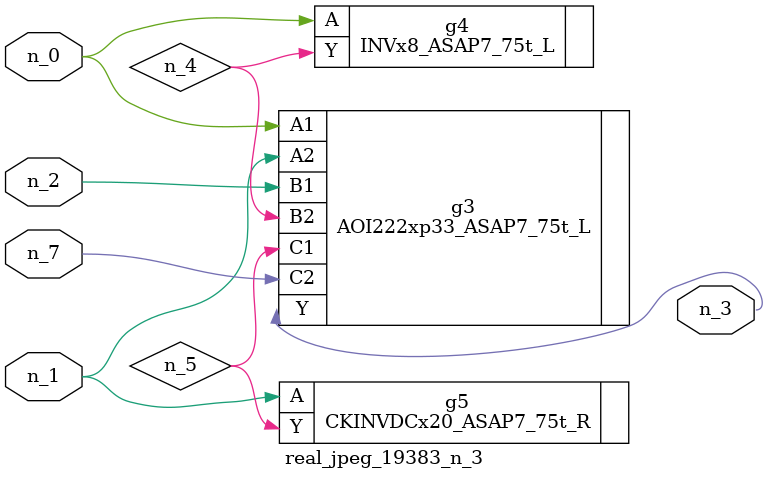
<source format=v>
module real_jpeg_19383_n_3 (n_7, n_1, n_0, n_2, n_3);

input n_7;
input n_1;
input n_0;
input n_2;

output n_3;

wire n_5;
wire n_4;

AOI222xp33_ASAP7_75t_L g3 ( 
.A1(n_0),
.A2(n_1),
.B1(n_2),
.B2(n_4),
.C1(n_5),
.C2(n_7),
.Y(n_3)
);

INVx8_ASAP7_75t_L g4 ( 
.A(n_0),
.Y(n_4)
);

CKINVDCx20_ASAP7_75t_R g5 ( 
.A(n_1),
.Y(n_5)
);


endmodule
</source>
